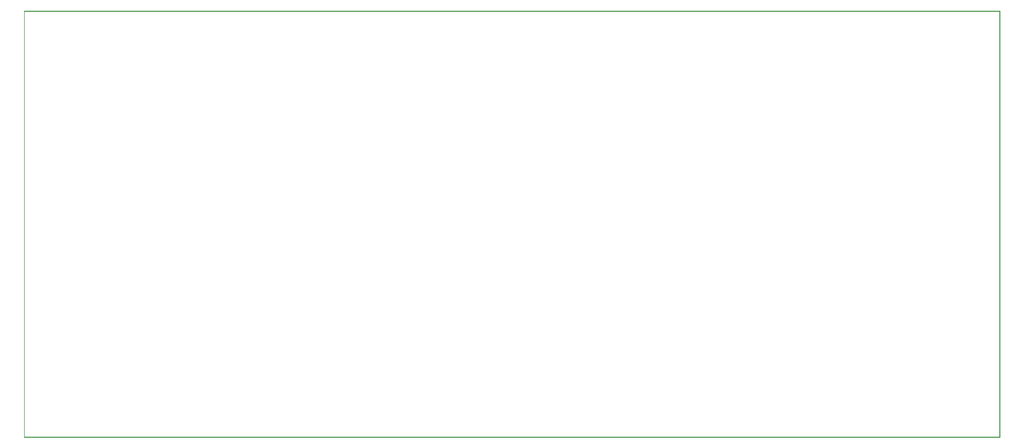
<source format=gko>
*%FSLAX23Y23*%
*%MOIN*%
G01*
D11*
X13138Y6611D02*
Y9386D01*
X6806D02*
Y6611D01*
Y9386D02*
X13138D01*
Y6611D02*
X6806D01*
D14*
X13134Y6615D02*
Y9382D01*
X6806D02*
Y6615D01*
Y9382D02*
X13134D01*
Y6615D02*
X6806D01*
D02*
M02*

</source>
